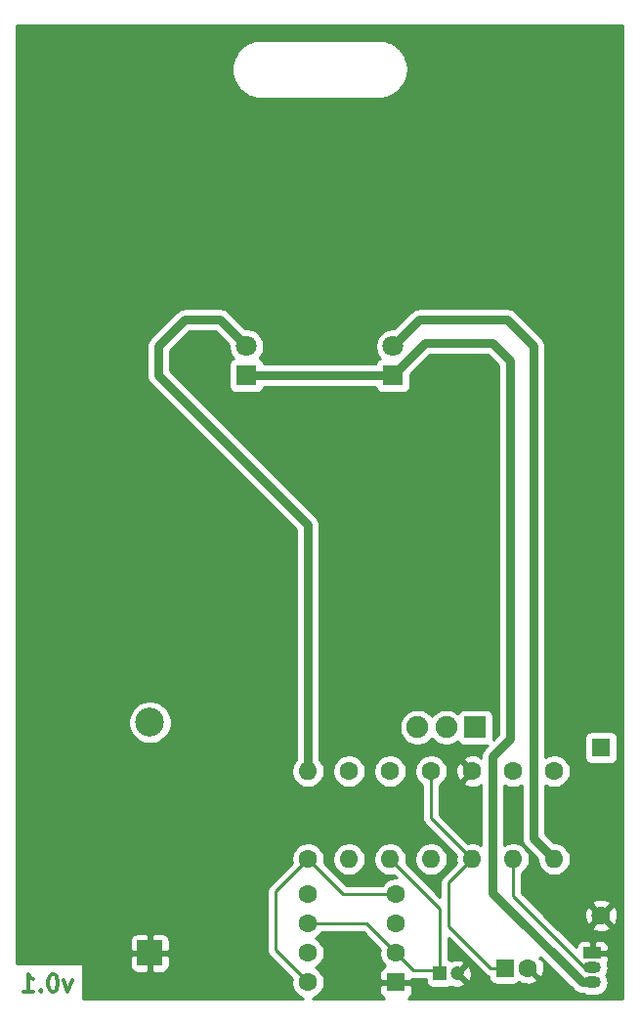
<source format=gbr>
%TF.GenerationSoftware,KiCad,Pcbnew,(5.1.8)-1*%
%TF.CreationDate,2020-11-13T01:10:14+01:00*%
%TF.ProjectId,Emoji_Badge_StuCo,456d6f6a-695f-4426-9164-67655f537475,v01*%
%TF.SameCoordinates,Original*%
%TF.FileFunction,Copper,L2,Bot*%
%TF.FilePolarity,Positive*%
%FSLAX46Y46*%
G04 Gerber Fmt 4.6, Leading zero omitted, Abs format (unit mm)*
G04 Created by KiCad (PCBNEW (5.1.8)-1) date 2020-11-13 01:10:14*
%MOMM*%
%LPD*%
G01*
G04 APERTURE LIST*
%TA.AperFunction,NonConductor*%
%ADD10C,0.300000*%
%TD*%
%TA.AperFunction,ComponentPad*%
%ADD11C,1.800000*%
%TD*%
%TA.AperFunction,ComponentPad*%
%ADD12R,1.800000X1.800000*%
%TD*%
%TA.AperFunction,ComponentPad*%
%ADD13C,2.500000*%
%TD*%
%TA.AperFunction,ComponentPad*%
%ADD14R,2.170000X2.170000*%
%TD*%
%TA.AperFunction,ComponentPad*%
%ADD15C,1.200000*%
%TD*%
%TA.AperFunction,ComponentPad*%
%ADD16R,1.200000X1.200000*%
%TD*%
%TA.AperFunction,ComponentPad*%
%ADD17R,1.600000X1.600000*%
%TD*%
%TA.AperFunction,ComponentPad*%
%ADD18C,1.600000*%
%TD*%
%TA.AperFunction,ComponentPad*%
%ADD19R,1.625600X1.625600*%
%TD*%
%TA.AperFunction,ComponentPad*%
%ADD20C,1.625600*%
%TD*%
%TA.AperFunction,ComponentPad*%
%ADD21O,1.500000X1.050000*%
%TD*%
%TA.AperFunction,ComponentPad*%
%ADD22R,1.500000X1.050000*%
%TD*%
%TA.AperFunction,ComponentPad*%
%ADD23O,1.600000X1.600000*%
%TD*%
%TA.AperFunction,ComponentPad*%
%ADD24R,1.900000X1.900000*%
%TD*%
%TA.AperFunction,ComponentPad*%
%ADD25C,1.900000*%
%TD*%
%TA.AperFunction,Conductor*%
%ADD26C,0.254000*%
%TD*%
%TA.AperFunction,Conductor*%
%ADD27C,0.762000*%
%TD*%
%TA.AperFunction,Conductor*%
%ADD28C,0.100000*%
%TD*%
G04 APERTURE END LIST*
D10*
X132444857Y-124773571D02*
X132087714Y-125773571D01*
X131730571Y-124773571D01*
X130873428Y-124273571D02*
X130730571Y-124273571D01*
X130587714Y-124345000D01*
X130516285Y-124416428D01*
X130444857Y-124559285D01*
X130373428Y-124845000D01*
X130373428Y-125202142D01*
X130444857Y-125487857D01*
X130516285Y-125630714D01*
X130587714Y-125702142D01*
X130730571Y-125773571D01*
X130873428Y-125773571D01*
X131016285Y-125702142D01*
X131087714Y-125630714D01*
X131159142Y-125487857D01*
X131230571Y-125202142D01*
X131230571Y-124845000D01*
X131159142Y-124559285D01*
X131087714Y-124416428D01*
X131016285Y-124345000D01*
X130873428Y-124273571D01*
X129730571Y-125630714D02*
X129659142Y-125702142D01*
X129730571Y-125773571D01*
X129802000Y-125702142D01*
X129730571Y-125630714D01*
X129730571Y-125773571D01*
X128230571Y-125773571D02*
X129087714Y-125773571D01*
X128659142Y-125773571D02*
X128659142Y-124273571D01*
X128802000Y-124487857D01*
X128944857Y-124630714D01*
X129087714Y-124702142D01*
D11*
%TO.P,D2,2*%
%TO.N,Net-(D2-Pad2)*%
X147574000Y-69850000D03*
D12*
%TO.P,D2,1*%
%TO.N,Net-(D1-Pad1)*%
X147574000Y-72390000D03*
%TD*%
D11*
%TO.P,D1,2*%
%TO.N,Net-(D1-Pad2)*%
X160274000Y-69850000D03*
D12*
%TO.P,D1,1*%
%TO.N,Net-(D1-Pad1)*%
X160274000Y-72390000D03*
%TD*%
D13*
%TO.P,BAT1,Pos*%
%TO.N,Net-(BAT1-PadPos)*%
X139192000Y-102428000D03*
D14*
%TO.P,BAT1,Neg*%
%TO.N,GND*%
X139192000Y-122428000D03*
%TD*%
D15*
%TO.P,C1,2*%
%TO.N,GND*%
X165838000Y-124206000D03*
D16*
%TO.P,C1,1*%
%TO.N,Net-(C1-Pad1)*%
X164338000Y-124206000D03*
%TD*%
D17*
%TO.P,C2,1*%
%TO.N,Net-(C2-Pad1)*%
X169951400Y-123723400D03*
D18*
%TO.P,C2,2*%
%TO.N,GND*%
X171951400Y-123723400D03*
%TD*%
D19*
%TO.P,CR1,1*%
%TO.N,VCC*%
X178308000Y-104648000D03*
D20*
%TO.P,CR1,2*%
%TO.N,GND*%
X178308000Y-119176800D03*
%TD*%
D21*
%TO.P,Q1,2*%
%TO.N,Net-(Q1-Pad2)*%
X177546000Y-123698000D03*
%TO.P,Q1,3*%
%TO.N,Net-(D1-Pad1)*%
X177546000Y-124968000D03*
D22*
%TO.P,Q1,1*%
%TO.N,GND*%
X177546000Y-122428000D03*
%TD*%
D18*
%TO.P,R1,1*%
%TO.N,VCC*%
X156464000Y-106680000D03*
D23*
%TO.P,R1,2*%
%TO.N,DISCH*%
X156464000Y-114300000D03*
%TD*%
%TO.P,R2,2*%
%TO.N,Net-(C1-Pad1)*%
X160020000Y-114300000D03*
D18*
%TO.P,R2,1*%
%TO.N,DISCH*%
X160020000Y-106680000D03*
%TD*%
%TO.P,R3,1*%
%TO.N,Net-(C2-Pad1)*%
X163576000Y-106680000D03*
D23*
%TO.P,R3,2*%
%TO.N,Net-(R3-Pad2)*%
X163576000Y-114300000D03*
%TD*%
D18*
%TO.P,R4,1*%
%TO.N,GND*%
X167132000Y-106680000D03*
D23*
%TO.P,R4,2*%
%TO.N,Net-(C2-Pad1)*%
X167132000Y-114300000D03*
%TD*%
%TO.P,R5,2*%
%TO.N,Net-(Q1-Pad2)*%
X170688000Y-114300000D03*
D18*
%TO.P,R5,1*%
%TO.N,Net-(C2-Pad1)*%
X170688000Y-106680000D03*
%TD*%
%TO.P,R6,1*%
%TO.N,VCC*%
X174244000Y-106680000D03*
D23*
%TO.P,R6,2*%
%TO.N,Net-(D1-Pad2)*%
X174244000Y-114300000D03*
%TD*%
%TO.P,R7,2*%
%TO.N,Net-(D2-Pad2)*%
X152908000Y-106680000D03*
D18*
%TO.P,R7,1*%
%TO.N,VCC*%
X152908000Y-114300000D03*
%TD*%
D24*
%TO.P,S1,1*%
%TO.N,Net-(S1-Pad1)*%
X167386000Y-102870000D03*
D25*
%TO.P,S1,2*%
%TO.N,VCC*%
X164886000Y-102870000D03*
%TO.P,S1,3*%
%TO.N,Net-(BAT1-PadPos)*%
X162386000Y-102870000D03*
%TD*%
D17*
%TO.P,U1,1*%
%TO.N,GND*%
X160528000Y-124968000D03*
D18*
%TO.P,U1,2*%
%TO.N,Net-(C1-Pad1)*%
X160528000Y-122428000D03*
%TO.P,U1,3*%
%TO.N,Net-(R3-Pad2)*%
X160528000Y-119888000D03*
%TO.P,U1,4*%
%TO.N,VCC*%
X160528000Y-117348000D03*
%TO.P,U1,5*%
%TO.N,Net-(U1-Pad5)*%
X152908000Y-117348000D03*
%TO.P,U1,6*%
%TO.N,Net-(C1-Pad1)*%
X152908000Y-119888000D03*
%TO.P,U1,7*%
%TO.N,DISCH*%
X152908000Y-122428000D03*
%TO.P,U1,8*%
%TO.N,VCC*%
X152908000Y-124968000D03*
%TD*%
D26*
%TO.N,Net-(C1-Pad1)*%
X157988000Y-119888000D02*
X160528000Y-122428000D01*
X152908000Y-119888000D02*
X157988000Y-119888000D01*
X160528000Y-122428000D02*
X162052000Y-123952000D01*
X164084000Y-123952000D02*
X164338000Y-124206000D01*
X162052000Y-123952000D02*
X164084000Y-123952000D01*
X164338000Y-118618000D02*
X164338000Y-124206000D01*
X160020000Y-114300000D02*
X164338000Y-118618000D01*
%TO.N,Net-(C2-Pad1)*%
X169926000Y-123952000D02*
X169672000Y-123952000D01*
X163576000Y-110744000D02*
X167132000Y-114300000D01*
X163576000Y-106680000D02*
X163576000Y-110744000D01*
X165100000Y-120078500D02*
X168744900Y-123723400D01*
X168744900Y-123723400D02*
X169951400Y-123723400D01*
X165100000Y-116332000D02*
X165100000Y-120078500D01*
X167132000Y-114300000D02*
X165100000Y-116332000D01*
%TO.N,VCC*%
X150114000Y-117094000D02*
X152908000Y-114300000D01*
X150114000Y-122174000D02*
X150114000Y-117094000D01*
X152908000Y-124968000D02*
X150114000Y-122174000D01*
X155956000Y-117348000D02*
X152908000Y-114300000D01*
X160528000Y-117348000D02*
X155956000Y-117348000D01*
D27*
%TO.N,Net-(D1-Pad2)*%
X172466000Y-112522000D02*
X174244000Y-114300000D01*
X172466000Y-69850000D02*
X172466000Y-112522000D01*
X170180000Y-67564000D02*
X172466000Y-69850000D01*
X162560000Y-67564000D02*
X170180000Y-67564000D01*
X160274000Y-69850000D02*
X162560000Y-67564000D01*
%TO.N,Net-(D1-Pad1)*%
X147574000Y-72390000D02*
X160274000Y-72390000D01*
X170434000Y-71120000D02*
X168910000Y-69596000D01*
X170434000Y-103886000D02*
X170434000Y-71120000D01*
X163068000Y-69596000D02*
X160274000Y-72390000D01*
X168910000Y-105410000D02*
X170434000Y-103886000D01*
X168910000Y-69596000D02*
X163068000Y-69596000D01*
X168910000Y-105410000D02*
X168910000Y-117221000D01*
X176657000Y-124968000D02*
X177546000Y-124968000D01*
X168910000Y-117221000D02*
X176657000Y-124968000D01*
%TO.N,Net-(D2-Pad2)*%
X145288000Y-67564000D02*
X147574000Y-69850000D01*
X142240000Y-67564000D02*
X145288000Y-67564000D01*
X139954000Y-69850000D02*
X142240000Y-67564000D01*
X139954000Y-72390000D02*
X139954000Y-69850000D01*
X152908000Y-85344000D02*
X139954000Y-72390000D01*
X152908000Y-106680000D02*
X152908000Y-85344000D01*
D26*
%TO.N,Net-(Q1-Pad2)*%
X177800000Y-123698000D02*
X177206398Y-123698000D01*
X176905998Y-123698000D02*
X177596800Y-123698000D01*
X176855198Y-123698000D02*
X177546000Y-123698000D01*
X170688000Y-117530802D02*
X176855198Y-123698000D01*
X170688000Y-114300000D02*
X170688000Y-117530802D01*
%TD*%
%TO.N,GND*%
X180187601Y-126339600D02*
X161605672Y-126339600D01*
X161682494Y-126298537D01*
X161779185Y-126219185D01*
X161858537Y-126122494D01*
X161917502Y-126012180D01*
X161953812Y-125892482D01*
X161966072Y-125768000D01*
X161963000Y-125253750D01*
X161804250Y-125095000D01*
X160655000Y-125095000D01*
X160655000Y-125115000D01*
X160401000Y-125115000D01*
X160401000Y-125095000D01*
X159251750Y-125095000D01*
X159093000Y-125253750D01*
X159089928Y-125768000D01*
X159102188Y-125892482D01*
X159138498Y-126012180D01*
X159197463Y-126122494D01*
X159276815Y-126219185D01*
X159373506Y-126298537D01*
X159450328Y-126339600D01*
X153346499Y-126339600D01*
X153587727Y-126239680D01*
X153822759Y-126082637D01*
X154022637Y-125882759D01*
X154179680Y-125647727D01*
X154287853Y-125386574D01*
X154343000Y-125109335D01*
X154343000Y-124826665D01*
X154287853Y-124549426D01*
X154179680Y-124288273D01*
X154022637Y-124053241D01*
X153822759Y-123853363D01*
X153590241Y-123698000D01*
X153822759Y-123542637D01*
X154022637Y-123342759D01*
X154179680Y-123107727D01*
X154287853Y-122846574D01*
X154343000Y-122569335D01*
X154343000Y-122286665D01*
X154287853Y-122009426D01*
X154179680Y-121748273D01*
X154022637Y-121513241D01*
X153822759Y-121313363D01*
X153590241Y-121158000D01*
X153822759Y-121002637D01*
X154022637Y-120802759D01*
X154124707Y-120650000D01*
X157672370Y-120650000D01*
X159128843Y-122106473D01*
X159093000Y-122286665D01*
X159093000Y-122569335D01*
X159148147Y-122846574D01*
X159256320Y-123107727D01*
X159413363Y-123342759D01*
X159611961Y-123541357D01*
X159603518Y-123542188D01*
X159483820Y-123578498D01*
X159373506Y-123637463D01*
X159276815Y-123716815D01*
X159197463Y-123813506D01*
X159138498Y-123923820D01*
X159102188Y-124043518D01*
X159089928Y-124168000D01*
X159093000Y-124682250D01*
X159251750Y-124841000D01*
X160401000Y-124841000D01*
X160401000Y-124821000D01*
X160655000Y-124821000D01*
X160655000Y-124841000D01*
X161804250Y-124841000D01*
X161938721Y-124706529D01*
X162014574Y-124714000D01*
X162014576Y-124714000D01*
X162051999Y-124717686D01*
X162089422Y-124714000D01*
X163099928Y-124714000D01*
X163099928Y-124806000D01*
X163112188Y-124930482D01*
X163148498Y-125050180D01*
X163207463Y-125160494D01*
X163286815Y-125257185D01*
X163383506Y-125336537D01*
X163493820Y-125395502D01*
X163613518Y-125431812D01*
X163738000Y-125444072D01*
X164938000Y-125444072D01*
X165062482Y-125431812D01*
X165182180Y-125395502D01*
X165292494Y-125336537D01*
X165309681Y-125322432D01*
X165436516Y-125380237D01*
X165673313Y-125436000D01*
X165916438Y-125444495D01*
X166156549Y-125405395D01*
X166384418Y-125320202D01*
X166460852Y-125279348D01*
X166508159Y-125055764D01*
X165838000Y-124385605D01*
X165823858Y-124399748D01*
X165644253Y-124220143D01*
X165658395Y-124206000D01*
X166017605Y-124206000D01*
X166687764Y-124876159D01*
X166911348Y-124828852D01*
X167012237Y-124607484D01*
X167068000Y-124370687D01*
X167076495Y-124127562D01*
X167037395Y-123887451D01*
X166952202Y-123659582D01*
X166911348Y-123583148D01*
X166687764Y-123535841D01*
X166017605Y-124206000D01*
X165658395Y-124206000D01*
X165644253Y-124191858D01*
X165823858Y-124012253D01*
X165838000Y-124026395D01*
X166508159Y-123356236D01*
X166460852Y-123132652D01*
X166239484Y-123031763D01*
X166002687Y-122976000D01*
X165759562Y-122967505D01*
X165519451Y-123006605D01*
X165305883Y-123086451D01*
X165292494Y-123075463D01*
X165182180Y-123016498D01*
X165100000Y-122991569D01*
X165100000Y-121156130D01*
X168179621Y-124235752D01*
X168203478Y-124264822D01*
X168319508Y-124360045D01*
X168451885Y-124430802D01*
X168513328Y-124449441D01*
X168513328Y-124523400D01*
X168525588Y-124647882D01*
X168561898Y-124767580D01*
X168620863Y-124877894D01*
X168700215Y-124974585D01*
X168796906Y-125053937D01*
X168907220Y-125112902D01*
X169026918Y-125149212D01*
X169151400Y-125161472D01*
X170751400Y-125161472D01*
X170875882Y-125149212D01*
X170995580Y-125112902D01*
X171105894Y-125053937D01*
X171202585Y-124974585D01*
X171213207Y-124961642D01*
X171465396Y-125080971D01*
X171739584Y-125149700D01*
X172021912Y-125163617D01*
X172301530Y-125122187D01*
X172567692Y-125027003D01*
X172692914Y-124960071D01*
X172764497Y-124716102D01*
X171951400Y-123903005D01*
X171937258Y-123917148D01*
X171757653Y-123737543D01*
X171771795Y-123723400D01*
X171757653Y-123709258D01*
X171937258Y-123529653D01*
X171951400Y-123543795D01*
X171965543Y-123529653D01*
X172145148Y-123709258D01*
X172131005Y-123723400D01*
X172944102Y-124536497D01*
X173188071Y-124464914D01*
X173308971Y-124209404D01*
X173377700Y-123935216D01*
X173391617Y-123652888D01*
X173350187Y-123373270D01*
X173255003Y-123107108D01*
X173188071Y-122981886D01*
X172944104Y-122910303D01*
X173053283Y-122801124D01*
X175903292Y-125651133D01*
X175935104Y-125689896D01*
X176089810Y-125816860D01*
X176266313Y-125911202D01*
X176399732Y-125951674D01*
X176457828Y-125969298D01*
X176477177Y-125971204D01*
X176607098Y-125984000D01*
X176607105Y-125984000D01*
X176656999Y-125988914D01*
X176706893Y-125984000D01*
X176761032Y-125984000D01*
X176874940Y-126044885D01*
X177093600Y-126111215D01*
X177264021Y-126128000D01*
X177827979Y-126128000D01*
X177998400Y-126111215D01*
X178217060Y-126044885D01*
X178418579Y-125937171D01*
X178595212Y-125792212D01*
X178740171Y-125615579D01*
X178847885Y-125414060D01*
X178914215Y-125195400D01*
X178936612Y-124968000D01*
X178914215Y-124740600D01*
X178847885Y-124521940D01*
X178746895Y-124333000D01*
X178847885Y-124144060D01*
X178914215Y-123925400D01*
X178936612Y-123698000D01*
X178914215Y-123470600D01*
X178850907Y-123261902D01*
X178885502Y-123197180D01*
X178921812Y-123077482D01*
X178934072Y-122953000D01*
X178931000Y-122713750D01*
X178772250Y-122555000D01*
X177999109Y-122555000D01*
X177998400Y-122554785D01*
X177827979Y-122538000D01*
X177399000Y-122538000D01*
X177399000Y-122301000D01*
X177419000Y-122301000D01*
X177419000Y-121426750D01*
X177673000Y-121426750D01*
X177673000Y-122301000D01*
X178772250Y-122301000D01*
X178931000Y-122142250D01*
X178934072Y-121903000D01*
X178921812Y-121778518D01*
X178885502Y-121658820D01*
X178826537Y-121548506D01*
X178747185Y-121451815D01*
X178650494Y-121372463D01*
X178540180Y-121313498D01*
X178420482Y-121277188D01*
X178296000Y-121264928D01*
X177831750Y-121268000D01*
X177673000Y-121426750D01*
X177419000Y-121426750D01*
X177260250Y-121268000D01*
X176796000Y-121264928D01*
X176671518Y-121277188D01*
X176551820Y-121313498D01*
X176441506Y-121372463D01*
X176344815Y-121451815D01*
X176265463Y-121548506D01*
X176206498Y-121658820D01*
X176170188Y-121778518D01*
X176157928Y-121903000D01*
X176158189Y-121923361D01*
X174413470Y-120178642D01*
X177485764Y-120178642D01*
X177558897Y-120423917D01*
X177816591Y-120546097D01*
X178093170Y-120615656D01*
X178378005Y-120629920D01*
X178660150Y-120588341D01*
X178928761Y-120492519D01*
X179057103Y-120423917D01*
X179130236Y-120178642D01*
X178308000Y-119356405D01*
X177485764Y-120178642D01*
X174413470Y-120178642D01*
X173481633Y-119246805D01*
X176854880Y-119246805D01*
X176896459Y-119528950D01*
X176992281Y-119797561D01*
X177060883Y-119925903D01*
X177306158Y-119999036D01*
X178128395Y-119176800D01*
X178487605Y-119176800D01*
X179309842Y-119999036D01*
X179555117Y-119925903D01*
X179677297Y-119668209D01*
X179746856Y-119391630D01*
X179761120Y-119106795D01*
X179719541Y-118824650D01*
X179623719Y-118556039D01*
X179555117Y-118427697D01*
X179309842Y-118354564D01*
X178487605Y-119176800D01*
X178128395Y-119176800D01*
X177306158Y-118354564D01*
X177060883Y-118427697D01*
X176938703Y-118685391D01*
X176869144Y-118961970D01*
X176854880Y-119246805D01*
X173481633Y-119246805D01*
X172409786Y-118174958D01*
X177485764Y-118174958D01*
X178308000Y-118997195D01*
X179130236Y-118174958D01*
X179057103Y-117929683D01*
X178799409Y-117807503D01*
X178522830Y-117737944D01*
X178237995Y-117723680D01*
X177955850Y-117765259D01*
X177687239Y-117861081D01*
X177558897Y-117929683D01*
X177485764Y-118174958D01*
X172409786Y-118174958D01*
X171450000Y-117215172D01*
X171450000Y-115516707D01*
X171602759Y-115414637D01*
X171802637Y-115214759D01*
X171959680Y-114979727D01*
X172067853Y-114718574D01*
X172123000Y-114441335D01*
X172123000Y-114158665D01*
X172067853Y-113881426D01*
X171959680Y-113620273D01*
X171802637Y-113385241D01*
X171602759Y-113185363D01*
X171367727Y-113028320D01*
X171106574Y-112920147D01*
X170829335Y-112865000D01*
X170546665Y-112865000D01*
X170269426Y-112920147D01*
X170008273Y-113028320D01*
X169926000Y-113083293D01*
X169926000Y-107896707D01*
X170008273Y-107951680D01*
X170269426Y-108059853D01*
X170546665Y-108115000D01*
X170829335Y-108115000D01*
X171106574Y-108059853D01*
X171367727Y-107951680D01*
X171450001Y-107896706D01*
X171450001Y-112472088D01*
X171445085Y-112522000D01*
X171464702Y-112721170D01*
X171508333Y-112865000D01*
X171522799Y-112912687D01*
X171617141Y-113089190D01*
X171744105Y-113243896D01*
X171782868Y-113275708D01*
X172809000Y-114301841D01*
X172809000Y-114441335D01*
X172864147Y-114718574D01*
X172972320Y-114979727D01*
X173129363Y-115214759D01*
X173329241Y-115414637D01*
X173564273Y-115571680D01*
X173825426Y-115679853D01*
X174102665Y-115735000D01*
X174385335Y-115735000D01*
X174662574Y-115679853D01*
X174923727Y-115571680D01*
X175158759Y-115414637D01*
X175358637Y-115214759D01*
X175515680Y-114979727D01*
X175623853Y-114718574D01*
X175679000Y-114441335D01*
X175679000Y-114158665D01*
X175623853Y-113881426D01*
X175515680Y-113620273D01*
X175358637Y-113385241D01*
X175158759Y-113185363D01*
X174923727Y-113028320D01*
X174662574Y-112920147D01*
X174385335Y-112865000D01*
X174245841Y-112865000D01*
X173482000Y-112101160D01*
X173482000Y-107896707D01*
X173564273Y-107951680D01*
X173825426Y-108059853D01*
X174102665Y-108115000D01*
X174385335Y-108115000D01*
X174662574Y-108059853D01*
X174923727Y-107951680D01*
X175158759Y-107794637D01*
X175358637Y-107594759D01*
X175515680Y-107359727D01*
X175623853Y-107098574D01*
X175679000Y-106821335D01*
X175679000Y-106538665D01*
X175623853Y-106261426D01*
X175515680Y-106000273D01*
X175358637Y-105765241D01*
X175158759Y-105565363D01*
X174923727Y-105408320D01*
X174662574Y-105300147D01*
X174385335Y-105245000D01*
X174102665Y-105245000D01*
X173825426Y-105300147D01*
X173564273Y-105408320D01*
X173482000Y-105463293D01*
X173482000Y-103835200D01*
X176857128Y-103835200D01*
X176857128Y-105460800D01*
X176869388Y-105585282D01*
X176905698Y-105704980D01*
X176964663Y-105815294D01*
X177044015Y-105911985D01*
X177140706Y-105991337D01*
X177251020Y-106050302D01*
X177370718Y-106086612D01*
X177495200Y-106098872D01*
X179120800Y-106098872D01*
X179245282Y-106086612D01*
X179364980Y-106050302D01*
X179475294Y-105991337D01*
X179571985Y-105911985D01*
X179651337Y-105815294D01*
X179710302Y-105704980D01*
X179746612Y-105585282D01*
X179758872Y-105460800D01*
X179758872Y-103835200D01*
X179746612Y-103710718D01*
X179710302Y-103591020D01*
X179651337Y-103480706D01*
X179571985Y-103384015D01*
X179475294Y-103304663D01*
X179364980Y-103245698D01*
X179245282Y-103209388D01*
X179120800Y-103197128D01*
X177495200Y-103197128D01*
X177370718Y-103209388D01*
X177251020Y-103245698D01*
X177140706Y-103304663D01*
X177044015Y-103384015D01*
X176964663Y-103480706D01*
X176905698Y-103591020D01*
X176869388Y-103710718D01*
X176857128Y-103835200D01*
X173482000Y-103835200D01*
X173482000Y-69899893D01*
X173486914Y-69849999D01*
X173482000Y-69800105D01*
X173482000Y-69800098D01*
X173467298Y-69650829D01*
X173409202Y-69459313D01*
X173314860Y-69282810D01*
X173187896Y-69128104D01*
X173149133Y-69096292D01*
X170933712Y-66880872D01*
X170901896Y-66842104D01*
X170747190Y-66715140D01*
X170570687Y-66620798D01*
X170379171Y-66562702D01*
X170229902Y-66548000D01*
X170180000Y-66543085D01*
X170130098Y-66548000D01*
X162609893Y-66548000D01*
X162559999Y-66543086D01*
X162510105Y-66548000D01*
X162510098Y-66548000D01*
X162360829Y-66562702D01*
X162169313Y-66620798D01*
X161992810Y-66715140D01*
X161838104Y-66842104D01*
X161806292Y-66880867D01*
X160372160Y-68315000D01*
X160122816Y-68315000D01*
X159826257Y-68373989D01*
X159546905Y-68489701D01*
X159295495Y-68657688D01*
X159081688Y-68871495D01*
X158913701Y-69122905D01*
X158797989Y-69402257D01*
X158739000Y-69698816D01*
X158739000Y-70001184D01*
X158797989Y-70297743D01*
X158913701Y-70577095D01*
X159081688Y-70828505D01*
X159148127Y-70894944D01*
X159129820Y-70900498D01*
X159019506Y-70959463D01*
X158922815Y-71038815D01*
X158843463Y-71135506D01*
X158784498Y-71245820D01*
X158748188Y-71365518D01*
X158747353Y-71374000D01*
X149100647Y-71374000D01*
X149099812Y-71365518D01*
X149063502Y-71245820D01*
X149004537Y-71135506D01*
X148925185Y-71038815D01*
X148828494Y-70959463D01*
X148718180Y-70900498D01*
X148699873Y-70894944D01*
X148766312Y-70828505D01*
X148934299Y-70577095D01*
X149050011Y-70297743D01*
X149109000Y-70001184D01*
X149109000Y-69698816D01*
X149050011Y-69402257D01*
X148934299Y-69122905D01*
X148766312Y-68871495D01*
X148552505Y-68657688D01*
X148301095Y-68489701D01*
X148021743Y-68373989D01*
X147725184Y-68315000D01*
X147475841Y-68315000D01*
X146041712Y-66880872D01*
X146009896Y-66842104D01*
X145855190Y-66715140D01*
X145678687Y-66620798D01*
X145487171Y-66562702D01*
X145337902Y-66548000D01*
X145288000Y-66543085D01*
X145238098Y-66548000D01*
X142289893Y-66548000D01*
X142239999Y-66543086D01*
X142190105Y-66548000D01*
X142190098Y-66548000D01*
X142040829Y-66562702D01*
X141849313Y-66620798D01*
X141672810Y-66715140D01*
X141518104Y-66842104D01*
X141486292Y-66880867D01*
X139270868Y-69096292D01*
X139232105Y-69128104D01*
X139105141Y-69282810D01*
X139044197Y-69396829D01*
X139010799Y-69459313D01*
X138952702Y-69650830D01*
X138933085Y-69850000D01*
X138938001Y-69899911D01*
X138938000Y-72340098D01*
X138933085Y-72390000D01*
X138938000Y-72439901D01*
X138952702Y-72589170D01*
X139010798Y-72780686D01*
X139105140Y-72957190D01*
X139232104Y-73111896D01*
X139270872Y-73143712D01*
X151892001Y-85764842D01*
X151892000Y-105666604D01*
X151793363Y-105765241D01*
X151636320Y-106000273D01*
X151528147Y-106261426D01*
X151473000Y-106538665D01*
X151473000Y-106821335D01*
X151528147Y-107098574D01*
X151636320Y-107359727D01*
X151793363Y-107594759D01*
X151993241Y-107794637D01*
X152228273Y-107951680D01*
X152489426Y-108059853D01*
X152766665Y-108115000D01*
X153049335Y-108115000D01*
X153326574Y-108059853D01*
X153587727Y-107951680D01*
X153822759Y-107794637D01*
X154022637Y-107594759D01*
X154179680Y-107359727D01*
X154287853Y-107098574D01*
X154343000Y-106821335D01*
X154343000Y-106538665D01*
X155029000Y-106538665D01*
X155029000Y-106821335D01*
X155084147Y-107098574D01*
X155192320Y-107359727D01*
X155349363Y-107594759D01*
X155549241Y-107794637D01*
X155784273Y-107951680D01*
X156045426Y-108059853D01*
X156322665Y-108115000D01*
X156605335Y-108115000D01*
X156882574Y-108059853D01*
X157143727Y-107951680D01*
X157378759Y-107794637D01*
X157578637Y-107594759D01*
X157735680Y-107359727D01*
X157843853Y-107098574D01*
X157899000Y-106821335D01*
X157899000Y-106538665D01*
X158585000Y-106538665D01*
X158585000Y-106821335D01*
X158640147Y-107098574D01*
X158748320Y-107359727D01*
X158905363Y-107594759D01*
X159105241Y-107794637D01*
X159340273Y-107951680D01*
X159601426Y-108059853D01*
X159878665Y-108115000D01*
X160161335Y-108115000D01*
X160438574Y-108059853D01*
X160699727Y-107951680D01*
X160934759Y-107794637D01*
X161134637Y-107594759D01*
X161291680Y-107359727D01*
X161399853Y-107098574D01*
X161455000Y-106821335D01*
X161455000Y-106538665D01*
X161399853Y-106261426D01*
X161291680Y-106000273D01*
X161134637Y-105765241D01*
X160934759Y-105565363D01*
X160699727Y-105408320D01*
X160438574Y-105300147D01*
X160161335Y-105245000D01*
X159878665Y-105245000D01*
X159601426Y-105300147D01*
X159340273Y-105408320D01*
X159105241Y-105565363D01*
X158905363Y-105765241D01*
X158748320Y-106000273D01*
X158640147Y-106261426D01*
X158585000Y-106538665D01*
X157899000Y-106538665D01*
X157843853Y-106261426D01*
X157735680Y-106000273D01*
X157578637Y-105765241D01*
X157378759Y-105565363D01*
X157143727Y-105408320D01*
X156882574Y-105300147D01*
X156605335Y-105245000D01*
X156322665Y-105245000D01*
X156045426Y-105300147D01*
X155784273Y-105408320D01*
X155549241Y-105565363D01*
X155349363Y-105765241D01*
X155192320Y-106000273D01*
X155084147Y-106261426D01*
X155029000Y-106538665D01*
X154343000Y-106538665D01*
X154287853Y-106261426D01*
X154179680Y-106000273D01*
X154022637Y-105765241D01*
X153924000Y-105666604D01*
X153924000Y-85393893D01*
X153928914Y-85343999D01*
X153924000Y-85294105D01*
X153924000Y-85294098D01*
X153909298Y-85144829D01*
X153851202Y-84953313D01*
X153756860Y-84776810D01*
X153629896Y-84622104D01*
X153591133Y-84590292D01*
X140970000Y-71969160D01*
X140970000Y-70270840D01*
X142660841Y-68580000D01*
X144867160Y-68580000D01*
X146039000Y-69751841D01*
X146039000Y-70001184D01*
X146097989Y-70297743D01*
X146213701Y-70577095D01*
X146381688Y-70828505D01*
X146448127Y-70894944D01*
X146429820Y-70900498D01*
X146319506Y-70959463D01*
X146222815Y-71038815D01*
X146143463Y-71135506D01*
X146084498Y-71245820D01*
X146048188Y-71365518D01*
X146035928Y-71490000D01*
X146035928Y-73290000D01*
X146048188Y-73414482D01*
X146084498Y-73534180D01*
X146143463Y-73644494D01*
X146222815Y-73741185D01*
X146319506Y-73820537D01*
X146429820Y-73879502D01*
X146549518Y-73915812D01*
X146674000Y-73928072D01*
X148474000Y-73928072D01*
X148598482Y-73915812D01*
X148718180Y-73879502D01*
X148828494Y-73820537D01*
X148925185Y-73741185D01*
X149004537Y-73644494D01*
X149063502Y-73534180D01*
X149099812Y-73414482D01*
X149100647Y-73406000D01*
X158747353Y-73406000D01*
X158748188Y-73414482D01*
X158784498Y-73534180D01*
X158843463Y-73644494D01*
X158922815Y-73741185D01*
X159019506Y-73820537D01*
X159129820Y-73879502D01*
X159249518Y-73915812D01*
X159374000Y-73928072D01*
X161174000Y-73928072D01*
X161298482Y-73915812D01*
X161418180Y-73879502D01*
X161528494Y-73820537D01*
X161625185Y-73741185D01*
X161704537Y-73644494D01*
X161763502Y-73534180D01*
X161799812Y-73414482D01*
X161812072Y-73290000D01*
X161812072Y-72288768D01*
X163488841Y-70612000D01*
X168489160Y-70612000D01*
X169418001Y-71540842D01*
X169418000Y-103465159D01*
X168964339Y-103918820D01*
X168974072Y-103820000D01*
X168974072Y-101920000D01*
X168961812Y-101795518D01*
X168925502Y-101675820D01*
X168866537Y-101565506D01*
X168787185Y-101468815D01*
X168690494Y-101389463D01*
X168580180Y-101330498D01*
X168460482Y-101294188D01*
X168336000Y-101281928D01*
X166436000Y-101281928D01*
X166311518Y-101294188D01*
X166191820Y-101330498D01*
X166081506Y-101389463D01*
X165984815Y-101468815D01*
X165905463Y-101565506D01*
X165874186Y-101624021D01*
X165636779Y-101465391D01*
X165348327Y-101345911D01*
X165042109Y-101285000D01*
X164729891Y-101285000D01*
X164423673Y-101345911D01*
X164135221Y-101465391D01*
X163875621Y-101638850D01*
X163654850Y-101859621D01*
X163636000Y-101887832D01*
X163617150Y-101859621D01*
X163396379Y-101638850D01*
X163136779Y-101465391D01*
X162848327Y-101345911D01*
X162542109Y-101285000D01*
X162229891Y-101285000D01*
X161923673Y-101345911D01*
X161635221Y-101465391D01*
X161375621Y-101638850D01*
X161154850Y-101859621D01*
X160981391Y-102119221D01*
X160861911Y-102407673D01*
X160801000Y-102713891D01*
X160801000Y-103026109D01*
X160861911Y-103332327D01*
X160981391Y-103620779D01*
X161154850Y-103880379D01*
X161375621Y-104101150D01*
X161635221Y-104274609D01*
X161923673Y-104394089D01*
X162229891Y-104455000D01*
X162542109Y-104455000D01*
X162848327Y-104394089D01*
X163136779Y-104274609D01*
X163396379Y-104101150D01*
X163617150Y-103880379D01*
X163636000Y-103852168D01*
X163654850Y-103880379D01*
X163875621Y-104101150D01*
X164135221Y-104274609D01*
X164423673Y-104394089D01*
X164729891Y-104455000D01*
X165042109Y-104455000D01*
X165348327Y-104394089D01*
X165636779Y-104274609D01*
X165874186Y-104115979D01*
X165905463Y-104174494D01*
X165984815Y-104271185D01*
X166081506Y-104350537D01*
X166191820Y-104409502D01*
X166311518Y-104445812D01*
X166436000Y-104458072D01*
X168336000Y-104458072D01*
X168434820Y-104448339D01*
X168226872Y-104656288D01*
X168188104Y-104688104D01*
X168061140Y-104842810D01*
X167966798Y-105019314D01*
X167908702Y-105210829D01*
X167908702Y-105210830D01*
X167889085Y-105410000D01*
X167894000Y-105459902D01*
X167894000Y-105513149D01*
X167873514Y-105443329D01*
X167618004Y-105322429D01*
X167343816Y-105253700D01*
X167061488Y-105239783D01*
X166781870Y-105281213D01*
X166515708Y-105376397D01*
X166390486Y-105443329D01*
X166318903Y-105687298D01*
X167132000Y-106500395D01*
X167146143Y-106486253D01*
X167325748Y-106665858D01*
X167311605Y-106680000D01*
X167325748Y-106694143D01*
X167146143Y-106873748D01*
X167132000Y-106859605D01*
X166318903Y-107672702D01*
X166390486Y-107916671D01*
X166645996Y-108037571D01*
X166920184Y-108106300D01*
X167202512Y-108120217D01*
X167482130Y-108078787D01*
X167748292Y-107983603D01*
X167873514Y-107916671D01*
X167894000Y-107846850D01*
X167894001Y-113083293D01*
X167811727Y-113028320D01*
X167550574Y-112920147D01*
X167273335Y-112865000D01*
X166990665Y-112865000D01*
X166810474Y-112900843D01*
X164338000Y-110428370D01*
X164338000Y-107896707D01*
X164490759Y-107794637D01*
X164690637Y-107594759D01*
X164847680Y-107359727D01*
X164955853Y-107098574D01*
X165011000Y-106821335D01*
X165011000Y-106750512D01*
X165691783Y-106750512D01*
X165733213Y-107030130D01*
X165828397Y-107296292D01*
X165895329Y-107421514D01*
X166139298Y-107493097D01*
X166952395Y-106680000D01*
X166139298Y-105866903D01*
X165895329Y-105938486D01*
X165774429Y-106193996D01*
X165705700Y-106468184D01*
X165691783Y-106750512D01*
X165011000Y-106750512D01*
X165011000Y-106538665D01*
X164955853Y-106261426D01*
X164847680Y-106000273D01*
X164690637Y-105765241D01*
X164490759Y-105565363D01*
X164255727Y-105408320D01*
X163994574Y-105300147D01*
X163717335Y-105245000D01*
X163434665Y-105245000D01*
X163157426Y-105300147D01*
X162896273Y-105408320D01*
X162661241Y-105565363D01*
X162461363Y-105765241D01*
X162304320Y-106000273D01*
X162196147Y-106261426D01*
X162141000Y-106538665D01*
X162141000Y-106821335D01*
X162196147Y-107098574D01*
X162304320Y-107359727D01*
X162461363Y-107594759D01*
X162661241Y-107794637D01*
X162814000Y-107896707D01*
X162814001Y-110706567D01*
X162810314Y-110744000D01*
X162825027Y-110893378D01*
X162868599Y-111037015D01*
X162939355Y-111169392D01*
X163010721Y-111256351D01*
X163034579Y-111285422D01*
X163063649Y-111309279D01*
X165732843Y-113978474D01*
X165697000Y-114158665D01*
X165697000Y-114441335D01*
X165732843Y-114621527D01*
X164587654Y-115766716D01*
X164558578Y-115790578D01*
X164502983Y-115858322D01*
X164463355Y-115906608D01*
X164430462Y-115968147D01*
X164392598Y-116038986D01*
X164349026Y-116182623D01*
X164338000Y-116294574D01*
X164334314Y-116332000D01*
X164338000Y-116369423D01*
X164338000Y-117540369D01*
X161419157Y-114621527D01*
X161455000Y-114441335D01*
X161455000Y-114158665D01*
X162141000Y-114158665D01*
X162141000Y-114441335D01*
X162196147Y-114718574D01*
X162304320Y-114979727D01*
X162461363Y-115214759D01*
X162661241Y-115414637D01*
X162896273Y-115571680D01*
X163157426Y-115679853D01*
X163434665Y-115735000D01*
X163717335Y-115735000D01*
X163994574Y-115679853D01*
X164255727Y-115571680D01*
X164490759Y-115414637D01*
X164690637Y-115214759D01*
X164847680Y-114979727D01*
X164955853Y-114718574D01*
X165011000Y-114441335D01*
X165011000Y-114158665D01*
X164955853Y-113881426D01*
X164847680Y-113620273D01*
X164690637Y-113385241D01*
X164490759Y-113185363D01*
X164255727Y-113028320D01*
X163994574Y-112920147D01*
X163717335Y-112865000D01*
X163434665Y-112865000D01*
X163157426Y-112920147D01*
X162896273Y-113028320D01*
X162661241Y-113185363D01*
X162461363Y-113385241D01*
X162304320Y-113620273D01*
X162196147Y-113881426D01*
X162141000Y-114158665D01*
X161455000Y-114158665D01*
X161399853Y-113881426D01*
X161291680Y-113620273D01*
X161134637Y-113385241D01*
X160934759Y-113185363D01*
X160699727Y-113028320D01*
X160438574Y-112920147D01*
X160161335Y-112865000D01*
X159878665Y-112865000D01*
X159601426Y-112920147D01*
X159340273Y-113028320D01*
X159105241Y-113185363D01*
X158905363Y-113385241D01*
X158748320Y-113620273D01*
X158640147Y-113881426D01*
X158585000Y-114158665D01*
X158585000Y-114441335D01*
X158640147Y-114718574D01*
X158748320Y-114979727D01*
X158905363Y-115214759D01*
X159105241Y-115414637D01*
X159340273Y-115571680D01*
X159601426Y-115679853D01*
X159878665Y-115735000D01*
X160161335Y-115735000D01*
X160341527Y-115699157D01*
X160555370Y-115913000D01*
X160386665Y-115913000D01*
X160109426Y-115968147D01*
X159848273Y-116076320D01*
X159613241Y-116233363D01*
X159413363Y-116433241D01*
X159311293Y-116586000D01*
X156271631Y-116586000D01*
X154307157Y-114621527D01*
X154343000Y-114441335D01*
X154343000Y-114158665D01*
X155029000Y-114158665D01*
X155029000Y-114441335D01*
X155084147Y-114718574D01*
X155192320Y-114979727D01*
X155349363Y-115214759D01*
X155549241Y-115414637D01*
X155784273Y-115571680D01*
X156045426Y-115679853D01*
X156322665Y-115735000D01*
X156605335Y-115735000D01*
X156882574Y-115679853D01*
X157143727Y-115571680D01*
X157378759Y-115414637D01*
X157578637Y-115214759D01*
X157735680Y-114979727D01*
X157843853Y-114718574D01*
X157899000Y-114441335D01*
X157899000Y-114158665D01*
X157843853Y-113881426D01*
X157735680Y-113620273D01*
X157578637Y-113385241D01*
X157378759Y-113185363D01*
X157143727Y-113028320D01*
X156882574Y-112920147D01*
X156605335Y-112865000D01*
X156322665Y-112865000D01*
X156045426Y-112920147D01*
X155784273Y-113028320D01*
X155549241Y-113185363D01*
X155349363Y-113385241D01*
X155192320Y-113620273D01*
X155084147Y-113881426D01*
X155029000Y-114158665D01*
X154343000Y-114158665D01*
X154287853Y-113881426D01*
X154179680Y-113620273D01*
X154022637Y-113385241D01*
X153822759Y-113185363D01*
X153587727Y-113028320D01*
X153326574Y-112920147D01*
X153049335Y-112865000D01*
X152766665Y-112865000D01*
X152489426Y-112920147D01*
X152228273Y-113028320D01*
X151993241Y-113185363D01*
X151793363Y-113385241D01*
X151636320Y-113620273D01*
X151528147Y-113881426D01*
X151473000Y-114158665D01*
X151473000Y-114441335D01*
X151508843Y-114621527D01*
X149601649Y-116528721D01*
X149572579Y-116552578D01*
X149548722Y-116581648D01*
X149548721Y-116581649D01*
X149477355Y-116668608D01*
X149406599Y-116800985D01*
X149363027Y-116944622D01*
X149348314Y-117094000D01*
X149352001Y-117131433D01*
X149352000Y-122136577D01*
X149348314Y-122174000D01*
X149352000Y-122211423D01*
X149352000Y-122211425D01*
X149363026Y-122323377D01*
X149406598Y-122467014D01*
X149406599Y-122467015D01*
X149477355Y-122599392D01*
X149495183Y-122621115D01*
X149572578Y-122715422D01*
X149601654Y-122739284D01*
X151508843Y-124646473D01*
X151473000Y-124826665D01*
X151473000Y-125109335D01*
X151528147Y-125386574D01*
X151636320Y-125647727D01*
X151793363Y-125882759D01*
X151993241Y-126082637D01*
X152228273Y-126239680D01*
X152469501Y-126339600D01*
X133444143Y-126339600D01*
X133444143Y-123513000D01*
X137468928Y-123513000D01*
X137481188Y-123637482D01*
X137517498Y-123757180D01*
X137576463Y-123867494D01*
X137655815Y-123964185D01*
X137752506Y-124043537D01*
X137862820Y-124102502D01*
X137982518Y-124138812D01*
X138107000Y-124151072D01*
X138906250Y-124148000D01*
X139065000Y-123989250D01*
X139065000Y-122555000D01*
X139319000Y-122555000D01*
X139319000Y-123989250D01*
X139477750Y-124148000D01*
X140277000Y-124151072D01*
X140401482Y-124138812D01*
X140521180Y-124102502D01*
X140631494Y-124043537D01*
X140728185Y-123964185D01*
X140807537Y-123867494D01*
X140866502Y-123757180D01*
X140902812Y-123637482D01*
X140915072Y-123513000D01*
X140912000Y-122713750D01*
X140753250Y-122555000D01*
X139319000Y-122555000D01*
X139065000Y-122555000D01*
X137630750Y-122555000D01*
X137472000Y-122713750D01*
X137468928Y-123513000D01*
X133444143Y-123513000D01*
X133444143Y-123305000D01*
X127660400Y-123305000D01*
X127660400Y-121343000D01*
X137468928Y-121343000D01*
X137472000Y-122142250D01*
X137630750Y-122301000D01*
X139065000Y-122301000D01*
X139065000Y-120866750D01*
X139319000Y-120866750D01*
X139319000Y-122301000D01*
X140753250Y-122301000D01*
X140912000Y-122142250D01*
X140915072Y-121343000D01*
X140902812Y-121218518D01*
X140866502Y-121098820D01*
X140807537Y-120988506D01*
X140728185Y-120891815D01*
X140631494Y-120812463D01*
X140521180Y-120753498D01*
X140401482Y-120717188D01*
X140277000Y-120704928D01*
X139477750Y-120708000D01*
X139319000Y-120866750D01*
X139065000Y-120866750D01*
X138906250Y-120708000D01*
X138107000Y-120704928D01*
X137982518Y-120717188D01*
X137862820Y-120753498D01*
X137752506Y-120812463D01*
X137655815Y-120891815D01*
X137576463Y-120988506D01*
X137517498Y-121098820D01*
X137481188Y-121218518D01*
X137468928Y-121343000D01*
X127660400Y-121343000D01*
X127660400Y-102242344D01*
X137307000Y-102242344D01*
X137307000Y-102613656D01*
X137379439Y-102977834D01*
X137521534Y-103320882D01*
X137727825Y-103629618D01*
X137990382Y-103892175D01*
X138299118Y-104098466D01*
X138642166Y-104240561D01*
X139006344Y-104313000D01*
X139377656Y-104313000D01*
X139741834Y-104240561D01*
X140084882Y-104098466D01*
X140393618Y-103892175D01*
X140656175Y-103629618D01*
X140862466Y-103320882D01*
X141004561Y-102977834D01*
X141077000Y-102613656D01*
X141077000Y-102242344D01*
X141004561Y-101878166D01*
X140862466Y-101535118D01*
X140656175Y-101226382D01*
X140393618Y-100963825D01*
X140084882Y-100757534D01*
X139741834Y-100615439D01*
X139377656Y-100543000D01*
X139006344Y-100543000D01*
X138642166Y-100615439D01*
X138299118Y-100757534D01*
X137990382Y-100963825D01*
X137727825Y-101226382D01*
X137521534Y-101535118D01*
X137379439Y-101878166D01*
X137307000Y-102242344D01*
X127660400Y-102242344D01*
X127660400Y-45800444D01*
X146281364Y-45800444D01*
X146281782Y-45860298D01*
X146281364Y-45920153D01*
X146282263Y-45929319D01*
X146282263Y-45929328D01*
X146282264Y-45929331D01*
X146321127Y-46299084D01*
X146333161Y-46357711D01*
X146344378Y-46416512D01*
X146347043Y-46425339D01*
X146456985Y-46780503D01*
X146480166Y-46835648D01*
X146502601Y-46891177D01*
X146506929Y-46899314D01*
X146506931Y-46899319D01*
X146506934Y-46899323D01*
X146683763Y-47226363D01*
X146717209Y-47275950D01*
X146750008Y-47326072D01*
X146755836Y-47333217D01*
X146992825Y-47619687D01*
X147035269Y-47661835D01*
X147077174Y-47704627D01*
X147084279Y-47710505D01*
X147372396Y-47945488D01*
X147422253Y-47978613D01*
X147471639Y-48012428D01*
X147479750Y-48016814D01*
X147808023Y-48191359D01*
X147863338Y-48214158D01*
X147918375Y-48237747D01*
X147927184Y-48240474D01*
X148283106Y-48347933D01*
X148341754Y-48359546D01*
X148400370Y-48372005D01*
X148409537Y-48372968D01*
X148409541Y-48372968D01*
X148779557Y-48409248D01*
X148779559Y-48409248D01*
X148811561Y-48412400D01*
X159036439Y-48412400D01*
X159070321Y-48409063D01*
X159095041Y-48409063D01*
X159104212Y-48408098D01*
X159473686Y-48366655D01*
X159532185Y-48354221D01*
X159590948Y-48342585D01*
X159599757Y-48339858D01*
X159954144Y-48227440D01*
X160009119Y-48203878D01*
X160064498Y-48181052D01*
X160072610Y-48176666D01*
X160398412Y-47997554D01*
X160447782Y-47963750D01*
X160497654Y-47930615D01*
X160504759Y-47924737D01*
X160789566Y-47685755D01*
X160831400Y-47643036D01*
X160873917Y-47600815D01*
X160879745Y-47593668D01*
X161112710Y-47303918D01*
X161145468Y-47253859D01*
X161178956Y-47204211D01*
X161183285Y-47196069D01*
X161355534Y-46866587D01*
X161377959Y-46811082D01*
X161401151Y-46755912D01*
X161403816Y-46747084D01*
X161508788Y-46390419D01*
X161519999Y-46331647D01*
X161532039Y-46272993D01*
X161532939Y-46263816D01*
X161566636Y-45893556D01*
X161566218Y-45833702D01*
X161566636Y-45773847D01*
X161565737Y-45764681D01*
X161565737Y-45764672D01*
X161565735Y-45764664D01*
X161526873Y-45394916D01*
X161514840Y-45336295D01*
X161503622Y-45277488D01*
X161500957Y-45268661D01*
X161391015Y-44913497D01*
X161367822Y-44858323D01*
X161345399Y-44802823D01*
X161341069Y-44794681D01*
X161341069Y-44794680D01*
X161341066Y-44794676D01*
X161164237Y-44467637D01*
X161130801Y-44418065D01*
X161097992Y-44367928D01*
X161092163Y-44360782D01*
X160855175Y-44074313D01*
X160812714Y-44032148D01*
X160770826Y-43989373D01*
X160763721Y-43983495D01*
X160475604Y-43748512D01*
X160425747Y-43715387D01*
X160376361Y-43681572D01*
X160368250Y-43677186D01*
X160039978Y-43502641D01*
X159984637Y-43479831D01*
X159929625Y-43456253D01*
X159920816Y-43453526D01*
X159564893Y-43346066D01*
X159506201Y-43334445D01*
X159447629Y-43321995D01*
X159438463Y-43321032D01*
X159438459Y-43321032D01*
X159068443Y-43284752D01*
X159068441Y-43284752D01*
X159036439Y-43281600D01*
X148811561Y-43281600D01*
X148777679Y-43284937D01*
X148752959Y-43284937D01*
X148743788Y-43285902D01*
X148374314Y-43327345D01*
X148315790Y-43339785D01*
X148257052Y-43351415D01*
X148248243Y-43354142D01*
X147893856Y-43466560D01*
X147838869Y-43490127D01*
X147783502Y-43512948D01*
X147775390Y-43517334D01*
X147449587Y-43696446D01*
X147400200Y-43730262D01*
X147350346Y-43763385D01*
X147343241Y-43769263D01*
X147058433Y-44008245D01*
X147016561Y-44051003D01*
X146974083Y-44093186D01*
X146968255Y-44100332D01*
X146735289Y-44390083D01*
X146702509Y-44440176D01*
X146669044Y-44489790D01*
X146664718Y-44497927D01*
X146664715Y-44497931D01*
X146664715Y-44497932D01*
X146492466Y-44827413D01*
X146470041Y-44882918D01*
X146446849Y-44938088D01*
X146444184Y-44946916D01*
X146339212Y-45303581D01*
X146327999Y-45362359D01*
X146315961Y-45421007D01*
X146315061Y-45430184D01*
X146281364Y-45800444D01*
X127660400Y-45800444D01*
X127660400Y-42062400D01*
X180187600Y-42062400D01*
X180187601Y-126339600D01*
%TA.AperFunction,Conductor*%
D28*
G36*
X180187601Y-126339600D02*
G01*
X161605672Y-126339600D01*
X161682494Y-126298537D01*
X161779185Y-126219185D01*
X161858537Y-126122494D01*
X161917502Y-126012180D01*
X161953812Y-125892482D01*
X161966072Y-125768000D01*
X161963000Y-125253750D01*
X161804250Y-125095000D01*
X160655000Y-125095000D01*
X160655000Y-125115000D01*
X160401000Y-125115000D01*
X160401000Y-125095000D01*
X159251750Y-125095000D01*
X159093000Y-125253750D01*
X159089928Y-125768000D01*
X159102188Y-125892482D01*
X159138498Y-126012180D01*
X159197463Y-126122494D01*
X159276815Y-126219185D01*
X159373506Y-126298537D01*
X159450328Y-126339600D01*
X153346499Y-126339600D01*
X153587727Y-126239680D01*
X153822759Y-126082637D01*
X154022637Y-125882759D01*
X154179680Y-125647727D01*
X154287853Y-125386574D01*
X154343000Y-125109335D01*
X154343000Y-124826665D01*
X154287853Y-124549426D01*
X154179680Y-124288273D01*
X154022637Y-124053241D01*
X153822759Y-123853363D01*
X153590241Y-123698000D01*
X153822759Y-123542637D01*
X154022637Y-123342759D01*
X154179680Y-123107727D01*
X154287853Y-122846574D01*
X154343000Y-122569335D01*
X154343000Y-122286665D01*
X154287853Y-122009426D01*
X154179680Y-121748273D01*
X154022637Y-121513241D01*
X153822759Y-121313363D01*
X153590241Y-121158000D01*
X153822759Y-121002637D01*
X154022637Y-120802759D01*
X154124707Y-120650000D01*
X157672370Y-120650000D01*
X159128843Y-122106473D01*
X159093000Y-122286665D01*
X159093000Y-122569335D01*
X159148147Y-122846574D01*
X159256320Y-123107727D01*
X159413363Y-123342759D01*
X159611961Y-123541357D01*
X159603518Y-123542188D01*
X159483820Y-123578498D01*
X159373506Y-123637463D01*
X159276815Y-123716815D01*
X159197463Y-123813506D01*
X159138498Y-123923820D01*
X159102188Y-124043518D01*
X159089928Y-124168000D01*
X159093000Y-124682250D01*
X159251750Y-124841000D01*
X160401000Y-124841000D01*
X160401000Y-124821000D01*
X160655000Y-124821000D01*
X160655000Y-124841000D01*
X161804250Y-124841000D01*
X161938721Y-124706529D01*
X162014574Y-124714000D01*
X162014576Y-124714000D01*
X162051999Y-124717686D01*
X162089422Y-124714000D01*
X163099928Y-124714000D01*
X163099928Y-124806000D01*
X163112188Y-124930482D01*
X163148498Y-125050180D01*
X163207463Y-125160494D01*
X163286815Y-125257185D01*
X163383506Y-125336537D01*
X163493820Y-125395502D01*
X163613518Y-125431812D01*
X163738000Y-125444072D01*
X164938000Y-125444072D01*
X165062482Y-125431812D01*
X165182180Y-125395502D01*
X165292494Y-125336537D01*
X165309681Y-125322432D01*
X165436516Y-125380237D01*
X165673313Y-125436000D01*
X165916438Y-125444495D01*
X166156549Y-125405395D01*
X166384418Y-125320202D01*
X166460852Y-125279348D01*
X166508159Y-125055764D01*
X165838000Y-124385605D01*
X165823858Y-124399748D01*
X165644253Y-124220143D01*
X165658395Y-124206000D01*
X166017605Y-124206000D01*
X166687764Y-124876159D01*
X166911348Y-124828852D01*
X167012237Y-124607484D01*
X167068000Y-124370687D01*
X167076495Y-124127562D01*
X167037395Y-123887451D01*
X166952202Y-123659582D01*
X166911348Y-123583148D01*
X166687764Y-123535841D01*
X166017605Y-124206000D01*
X165658395Y-124206000D01*
X165644253Y-124191858D01*
X165823858Y-124012253D01*
X165838000Y-124026395D01*
X166508159Y-123356236D01*
X166460852Y-123132652D01*
X166239484Y-123031763D01*
X166002687Y-122976000D01*
X165759562Y-122967505D01*
X165519451Y-123006605D01*
X165305883Y-123086451D01*
X165292494Y-123075463D01*
X165182180Y-123016498D01*
X165100000Y-122991569D01*
X165100000Y-121156130D01*
X168179621Y-124235752D01*
X168203478Y-124264822D01*
X168319508Y-124360045D01*
X168451885Y-124430802D01*
X168513328Y-124449441D01*
X168513328Y-124523400D01*
X168525588Y-124647882D01*
X168561898Y-124767580D01*
X168620863Y-124877894D01*
X168700215Y-124974585D01*
X168796906Y-125053937D01*
X168907220Y-125112902D01*
X169026918Y-125149212D01*
X169151400Y-125161472D01*
X170751400Y-125161472D01*
X170875882Y-125149212D01*
X170995580Y-125112902D01*
X171105894Y-125053937D01*
X171202585Y-124974585D01*
X171213207Y-124961642D01*
X171465396Y-125080971D01*
X171739584Y-125149700D01*
X172021912Y-125163617D01*
X172301530Y-125122187D01*
X172567692Y-125027003D01*
X172692914Y-124960071D01*
X172764497Y-124716102D01*
X171951400Y-123903005D01*
X171937258Y-123917148D01*
X171757653Y-123737543D01*
X171771795Y-123723400D01*
X171757653Y-123709258D01*
X171937258Y-123529653D01*
X171951400Y-123543795D01*
X171965543Y-123529653D01*
X172145148Y-123709258D01*
X172131005Y-123723400D01*
X172944102Y-124536497D01*
X173188071Y-124464914D01*
X173308971Y-124209404D01*
X173377700Y-123935216D01*
X173391617Y-123652888D01*
X173350187Y-123373270D01*
X173255003Y-123107108D01*
X173188071Y-122981886D01*
X172944104Y-122910303D01*
X173053283Y-122801124D01*
X175903292Y-125651133D01*
X175935104Y-125689896D01*
X176089810Y-125816860D01*
X176266313Y-125911202D01*
X176399732Y-125951674D01*
X176457828Y-125969298D01*
X176477177Y-125971204D01*
X176607098Y-125984000D01*
X176607105Y-125984000D01*
X176656999Y-125988914D01*
X176706893Y-125984000D01*
X176761032Y-125984000D01*
X176874940Y-126044885D01*
X177093600Y-126111215D01*
X177264021Y-126128000D01*
X177827979Y-126128000D01*
X177998400Y-126111215D01*
X178217060Y-126044885D01*
X178418579Y-125937171D01*
X178595212Y-125792212D01*
X178740171Y-125615579D01*
X178847885Y-125414060D01*
X178914215Y-125195400D01*
X178936612Y-124968000D01*
X178914215Y-124740600D01*
X178847885Y-124521940D01*
X178746895Y-124333000D01*
X178847885Y-124144060D01*
X178914215Y-123925400D01*
X178936612Y-123698000D01*
X178914215Y-123470600D01*
X178850907Y-123261902D01*
X178885502Y-123197180D01*
X178921812Y-123077482D01*
X178934072Y-122953000D01*
X178931000Y-122713750D01*
X178772250Y-122555000D01*
X177999109Y-122555000D01*
X177998400Y-122554785D01*
X177827979Y-122538000D01*
X177399000Y-122538000D01*
X177399000Y-122301000D01*
X177419000Y-122301000D01*
X177419000Y-121426750D01*
X177673000Y-121426750D01*
X177673000Y-122301000D01*
X178772250Y-122301000D01*
X178931000Y-122142250D01*
X178934072Y-121903000D01*
X178921812Y-121778518D01*
X178885502Y-121658820D01*
X178826537Y-121548506D01*
X178747185Y-121451815D01*
X178650494Y-121372463D01*
X178540180Y-121313498D01*
X178420482Y-121277188D01*
X178296000Y-121264928D01*
X177831750Y-121268000D01*
X177673000Y-121426750D01*
X177419000Y-121426750D01*
X177260250Y-121268000D01*
X176796000Y-121264928D01*
X176671518Y-121277188D01*
X176551820Y-121313498D01*
X176441506Y-121372463D01*
X176344815Y-121451815D01*
X176265463Y-121548506D01*
X176206498Y-121658820D01*
X176170188Y-121778518D01*
X176157928Y-121903000D01*
X176158189Y-121923361D01*
X174413470Y-120178642D01*
X177485764Y-120178642D01*
X177558897Y-120423917D01*
X177816591Y-120546097D01*
X178093170Y-120615656D01*
X178378005Y-120629920D01*
X178660150Y-120588341D01*
X178928761Y-120492519D01*
X179057103Y-120423917D01*
X179130236Y-120178642D01*
X178308000Y-119356405D01*
X177485764Y-120178642D01*
X174413470Y-120178642D01*
X173481633Y-119246805D01*
X176854880Y-119246805D01*
X176896459Y-119528950D01*
X176992281Y-119797561D01*
X177060883Y-119925903D01*
X177306158Y-119999036D01*
X178128395Y-119176800D01*
X178487605Y-119176800D01*
X179309842Y-119999036D01*
X179555117Y-119925903D01*
X179677297Y-119668209D01*
X179746856Y-119391630D01*
X179761120Y-119106795D01*
X179719541Y-118824650D01*
X179623719Y-118556039D01*
X179555117Y-118427697D01*
X179309842Y-118354564D01*
X178487605Y-119176800D01*
X178128395Y-119176800D01*
X177306158Y-118354564D01*
X177060883Y-118427697D01*
X176938703Y-118685391D01*
X176869144Y-118961970D01*
X176854880Y-119246805D01*
X173481633Y-119246805D01*
X172409786Y-118174958D01*
X177485764Y-118174958D01*
X178308000Y-118997195D01*
X179130236Y-118174958D01*
X179057103Y-117929683D01*
X178799409Y-117807503D01*
X178522830Y-117737944D01*
X178237995Y-117723680D01*
X177955850Y-117765259D01*
X177687239Y-117861081D01*
X177558897Y-117929683D01*
X177485764Y-118174958D01*
X172409786Y-118174958D01*
X171450000Y-117215172D01*
X171450000Y-115516707D01*
X171602759Y-115414637D01*
X171802637Y-115214759D01*
X171959680Y-114979727D01*
X172067853Y-114718574D01*
X172123000Y-114441335D01*
X172123000Y-114158665D01*
X172067853Y-113881426D01*
X171959680Y-113620273D01*
X171802637Y-113385241D01*
X171602759Y-113185363D01*
X171367727Y-113028320D01*
X171106574Y-112920147D01*
X170829335Y-112865000D01*
X170546665Y-112865000D01*
X170269426Y-112920147D01*
X170008273Y-113028320D01*
X169926000Y-113083293D01*
X169926000Y-107896707D01*
X170008273Y-107951680D01*
X170269426Y-108059853D01*
X170546665Y-108115000D01*
X170829335Y-108115000D01*
X171106574Y-108059853D01*
X171367727Y-107951680D01*
X171450001Y-107896706D01*
X171450001Y-112472088D01*
X171445085Y-112522000D01*
X171464702Y-112721170D01*
X171508333Y-112865000D01*
X171522799Y-112912687D01*
X171617141Y-113089190D01*
X171744105Y-113243896D01*
X171782868Y-113275708D01*
X172809000Y-114301841D01*
X172809000Y-114441335D01*
X172864147Y-114718574D01*
X172972320Y-114979727D01*
X173129363Y-115214759D01*
X173329241Y-115414637D01*
X173564273Y-115571680D01*
X173825426Y-115679853D01*
X174102665Y-115735000D01*
X174385335Y-115735000D01*
X174662574Y-115679853D01*
X174923727Y-115571680D01*
X175158759Y-115414637D01*
X175358637Y-115214759D01*
X175515680Y-114979727D01*
X175623853Y-114718574D01*
X175679000Y-114441335D01*
X175679000Y-114158665D01*
X175623853Y-113881426D01*
X175515680Y-113620273D01*
X175358637Y-113385241D01*
X175158759Y-113185363D01*
X174923727Y-113028320D01*
X174662574Y-112920147D01*
X174385335Y-112865000D01*
X174245841Y-112865000D01*
X173482000Y-112101160D01*
X173482000Y-107896707D01*
X173564273Y-107951680D01*
X173825426Y-108059853D01*
X174102665Y-108115000D01*
X174385335Y-108115000D01*
X174662574Y-108059853D01*
X174923727Y-107951680D01*
X175158759Y-107794637D01*
X175358637Y-107594759D01*
X175515680Y-107359727D01*
X175623853Y-107098574D01*
X175679000Y-106821335D01*
X175679000Y-106538665D01*
X175623853Y-106261426D01*
X175515680Y-106000273D01*
X175358637Y-105765241D01*
X175158759Y-105565363D01*
X174923727Y-105408320D01*
X174662574Y-105300147D01*
X174385335Y-105245000D01*
X174102665Y-105245000D01*
X173825426Y-105300147D01*
X173564273Y-105408320D01*
X173482000Y-105463293D01*
X173482000Y-103835200D01*
X176857128Y-103835200D01*
X176857128Y-105460800D01*
X176869388Y-105585282D01*
X176905698Y-105704980D01*
X176964663Y-105815294D01*
X177044015Y-105911985D01*
X177140706Y-105991337D01*
X177251020Y-106050302D01*
X177370718Y-106086612D01*
X177495200Y-106098872D01*
X179120800Y-106098872D01*
X179245282Y-106086612D01*
X179364980Y-106050302D01*
X179475294Y-105991337D01*
X179571985Y-105911985D01*
X179651337Y-105815294D01*
X179710302Y-105704980D01*
X179746612Y-105585282D01*
X179758872Y-105460800D01*
X179758872Y-103835200D01*
X179746612Y-103710718D01*
X179710302Y-103591020D01*
X179651337Y-103480706D01*
X179571985Y-103384015D01*
X179475294Y-103304663D01*
X179364980Y-103245698D01*
X179245282Y-103209388D01*
X179120800Y-103197128D01*
X177495200Y-103197128D01*
X177370718Y-103209388D01*
X177251020Y-103245698D01*
X177140706Y-103304663D01*
X177044015Y-103384015D01*
X176964663Y-103480706D01*
X176905698Y-103591020D01*
X176869388Y-103710718D01*
X176857128Y-103835200D01*
X173482000Y-103835200D01*
X173482000Y-69899893D01*
X173486914Y-69849999D01*
X173482000Y-69800105D01*
X173482000Y-69800098D01*
X173467298Y-69650829D01*
X173409202Y-69459313D01*
X173314860Y-69282810D01*
X173187896Y-69128104D01*
X173149133Y-69096292D01*
X170933712Y-66880872D01*
X170901896Y-66842104D01*
X170747190Y-66715140D01*
X170570687Y-66620798D01*
X170379171Y-66562702D01*
X170229902Y-66548000D01*
X170180000Y-66543085D01*
X170130098Y-66548000D01*
X162609893Y-66548000D01*
X162559999Y-66543086D01*
X162510105Y-66548000D01*
X162510098Y-66548000D01*
X162360829Y-66562702D01*
X162169313Y-66620798D01*
X161992810Y-66715140D01*
X161838104Y-66842104D01*
X161806292Y-66880867D01*
X160372160Y-68315000D01*
X160122816Y-68315000D01*
X159826257Y-68373989D01*
X159546905Y-68489701D01*
X159295495Y-68657688D01*
X159081688Y-68871495D01*
X158913701Y-69122905D01*
X158797989Y-69402257D01*
X158739000Y-69698816D01*
X158739000Y-70001184D01*
X158797989Y-70297743D01*
X158913701Y-70577095D01*
X159081688Y-70828505D01*
X159148127Y-70894944D01*
X159129820Y-70900498D01*
X159019506Y-70959463D01*
X158922815Y-71038815D01*
X158843463Y-71135506D01*
X158784498Y-71245820D01*
X158748188Y-71365518D01*
X158747353Y-71374000D01*
X149100647Y-71374000D01*
X149099812Y-71365518D01*
X149063502Y-71245820D01*
X149004537Y-71135506D01*
X148925185Y-71038815D01*
X148828494Y-70959463D01*
X148718180Y-70900498D01*
X148699873Y-70894944D01*
X148766312Y-70828505D01*
X148934299Y-70577095D01*
X149050011Y-70297743D01*
X149109000Y-70001184D01*
X149109000Y-69698816D01*
X149050011Y-69402257D01*
X148934299Y-69122905D01*
X148766312Y-68871495D01*
X148552505Y-68657688D01*
X148301095Y-68489701D01*
X148021743Y-68373989D01*
X147725184Y-68315000D01*
X147475841Y-68315000D01*
X146041712Y-66880872D01*
X146009896Y-66842104D01*
X145855190Y-66715140D01*
X145678687Y-66620798D01*
X145487171Y-66562702D01*
X145337902Y-66548000D01*
X145288000Y-66543085D01*
X145238098Y-66548000D01*
X142289893Y-66548000D01*
X142239999Y-66543086D01*
X142190105Y-66548000D01*
X142190098Y-66548000D01*
X142040829Y-66562702D01*
X141849313Y-66620798D01*
X141672810Y-66715140D01*
X141518104Y-66842104D01*
X141486292Y-66880867D01*
X139270868Y-69096292D01*
X139232105Y-69128104D01*
X139105141Y-69282810D01*
X139044197Y-69396829D01*
X139010799Y-69459313D01*
X138952702Y-69650830D01*
X138933085Y-69850000D01*
X138938001Y-69899911D01*
X138938000Y-72340098D01*
X138933085Y-72390000D01*
X138938000Y-72439901D01*
X138952702Y-72589170D01*
X139010798Y-72780686D01*
X139105140Y-72957190D01*
X139232104Y-73111896D01*
X139270872Y-73143712D01*
X151892001Y-85764842D01*
X151892000Y-105666604D01*
X151793363Y-105765241D01*
X151636320Y-106000273D01*
X151528147Y-106261426D01*
X151473000Y-106538665D01*
X151473000Y-106821335D01*
X151528147Y-107098574D01*
X151636320Y-107359727D01*
X151793363Y-107594759D01*
X151993241Y-107794637D01*
X152228273Y-107951680D01*
X152489426Y-108059853D01*
X152766665Y-108115000D01*
X153049335Y-108115000D01*
X153326574Y-108059853D01*
X153587727Y-107951680D01*
X153822759Y-107794637D01*
X154022637Y-107594759D01*
X154179680Y-107359727D01*
X154287853Y-107098574D01*
X154343000Y-106821335D01*
X154343000Y-106538665D01*
X155029000Y-106538665D01*
X155029000Y-106821335D01*
X155084147Y-107098574D01*
X155192320Y-107359727D01*
X155349363Y-107594759D01*
X155549241Y-107794637D01*
X155784273Y-107951680D01*
X156045426Y-108059853D01*
X156322665Y-108115000D01*
X156605335Y-108115000D01*
X156882574Y-108059853D01*
X157143727Y-107951680D01*
X157378759Y-107794637D01*
X157578637Y-107594759D01*
X157735680Y-107359727D01*
X157843853Y-107098574D01*
X157899000Y-106821335D01*
X157899000Y-106538665D01*
X158585000Y-106538665D01*
X158585000Y-106821335D01*
X158640147Y-107098574D01*
X158748320Y-107359727D01*
X158905363Y-107594759D01*
X159105241Y-107794637D01*
X159340273Y-107951680D01*
X159601426Y-108059853D01*
X159878665Y-108115000D01*
X160161335Y-108115000D01*
X160438574Y-108059853D01*
X160699727Y-107951680D01*
X160934759Y-107794637D01*
X161134637Y-107594759D01*
X161291680Y-107359727D01*
X161399853Y-107098574D01*
X161455000Y-106821335D01*
X161455000Y-106538665D01*
X161399853Y-106261426D01*
X161291680Y-106000273D01*
X161134637Y-105765241D01*
X160934759Y-105565363D01*
X160699727Y-105408320D01*
X160438574Y-105300147D01*
X160161335Y-105245000D01*
X159878665Y-105245000D01*
X159601426Y-105300147D01*
X159340273Y-105408320D01*
X159105241Y-105565363D01*
X158905363Y-105765241D01*
X158748320Y-106000273D01*
X158640147Y-106261426D01*
X158585000Y-106538665D01*
X157899000Y-106538665D01*
X157843853Y-106261426D01*
X157735680Y-106000273D01*
X157578637Y-105765241D01*
X157378759Y-105565363D01*
X157143727Y-105408320D01*
X156882574Y-105300147D01*
X156605335Y-105245000D01*
X156322665Y-105245000D01*
X156045426Y-105300147D01*
X155784273Y-105408320D01*
X155549241Y-105565363D01*
X155349363Y-105765241D01*
X155192320Y-106000273D01*
X155084147Y-106261426D01*
X155029000Y-106538665D01*
X154343000Y-106538665D01*
X154287853Y-106261426D01*
X154179680Y-106000273D01*
X154022637Y-105765241D01*
X153924000Y-105666604D01*
X153924000Y-85393893D01*
X153928914Y-85343999D01*
X153924000Y-85294105D01*
X153924000Y-85294098D01*
X153909298Y-85144829D01*
X153851202Y-84953313D01*
X153756860Y-84776810D01*
X153629896Y-84622104D01*
X153591133Y-84590292D01*
X140970000Y-71969160D01*
X140970000Y-70270840D01*
X142660841Y-68580000D01*
X144867160Y-68580000D01*
X146039000Y-69751841D01*
X146039000Y-70001184D01*
X146097989Y-70297743D01*
X146213701Y-70577095D01*
X146381688Y-70828505D01*
X146448127Y-70894944D01*
X146429820Y-70900498D01*
X146319506Y-70959463D01*
X146222815Y-71038815D01*
X146143463Y-71135506D01*
X146084498Y-71245820D01*
X146048188Y-71365518D01*
X146035928Y-71490000D01*
X146035928Y-73290000D01*
X146048188Y-73414482D01*
X146084498Y-73534180D01*
X146143463Y-73644494D01*
X146222815Y-73741185D01*
X146319506Y-73820537D01*
X146429820Y-73879502D01*
X146549518Y-73915812D01*
X146674000Y-73928072D01*
X148474000Y-73928072D01*
X148598482Y-73915812D01*
X148718180Y-73879502D01*
X148828494Y-73820537D01*
X148925185Y-73741185D01*
X149004537Y-73644494D01*
X149063502Y-73534180D01*
X149099812Y-73414482D01*
X149100647Y-73406000D01*
X158747353Y-73406000D01*
X158748188Y-73414482D01*
X158784498Y-73534180D01*
X158843463Y-73644494D01*
X158922815Y-73741185D01*
X159019506Y-73820537D01*
X159129820Y-73879502D01*
X159249518Y-73915812D01*
X159374000Y-73928072D01*
X161174000Y-73928072D01*
X161298482Y-73915812D01*
X161418180Y-73879502D01*
X161528494Y-73820537D01*
X161625185Y-73741185D01*
X161704537Y-73644494D01*
X161763502Y-73534180D01*
X161799812Y-73414482D01*
X161812072Y-73290000D01*
X161812072Y-72288768D01*
X163488841Y-70612000D01*
X168489160Y-70612000D01*
X169418001Y-71540842D01*
X169418000Y-103465159D01*
X168964339Y-103918820D01*
X168974072Y-103820000D01*
X168974072Y-101920000D01*
X168961812Y-101795518D01*
X168925502Y-101675820D01*
X168866537Y-101565506D01*
X168787185Y-101468815D01*
X168690494Y-101389463D01*
X168580180Y-101330498D01*
X168460482Y-101294188D01*
X168336000Y-101281928D01*
X166436000Y-101281928D01*
X166311518Y-101294188D01*
X166191820Y-101330498D01*
X166081506Y-101389463D01*
X165984815Y-101468815D01*
X165905463Y-101565506D01*
X165874186Y-101624021D01*
X165636779Y-101465391D01*
X165348327Y-101345911D01*
X165042109Y-101285000D01*
X164729891Y-101285000D01*
X164423673Y-101345911D01*
X164135221Y-101465391D01*
X163875621Y-101638850D01*
X163654850Y-101859621D01*
X163636000Y-101887832D01*
X163617150Y-101859621D01*
X163396379Y-101638850D01*
X163136779Y-101465391D01*
X162848327Y-101345911D01*
X162542109Y-101285000D01*
X162229891Y-101285000D01*
X161923673Y-101345911D01*
X161635221Y-101465391D01*
X161375621Y-101638850D01*
X161154850Y-101859621D01*
X160981391Y-102119221D01*
X160861911Y-102407673D01*
X160801000Y-102713891D01*
X160801000Y-103026109D01*
X160861911Y-103332327D01*
X160981391Y-103620779D01*
X161154850Y-103880379D01*
X161375621Y-104101150D01*
X161635221Y-104274609D01*
X161923673Y-104394089D01*
X162229891Y-104455000D01*
X162542109Y-104455000D01*
X162848327Y-104394089D01*
X163136779Y-104274609D01*
X163396379Y-104101150D01*
X163617150Y-103880379D01*
X163636000Y-103852168D01*
X163654850Y-103880379D01*
X163875621Y-104101150D01*
X164135221Y-104274609D01*
X164423673Y-104394089D01*
X164729891Y-104455000D01*
X165042109Y-104455000D01*
X165348327Y-104394089D01*
X165636779Y-104274609D01*
X165874186Y-104115979D01*
X165905463Y-104174494D01*
X165984815Y-104271185D01*
X166081506Y-104350537D01*
X166191820Y-104409502D01*
X166311518Y-104445812D01*
X166436000Y-104458072D01*
X168336000Y-104458072D01*
X168434820Y-104448339D01*
X168226872Y-104656288D01*
X168188104Y-104688104D01*
X168061140Y-104842810D01*
X167966798Y-105019314D01*
X167908702Y-105210829D01*
X167908702Y-105210830D01*
X167889085Y-105410000D01*
X167894000Y-105459902D01*
X167894000Y-105513149D01*
X167873514Y-105443329D01*
X167618004Y-105322429D01*
X167343816Y-105253700D01*
X167061488Y-105239783D01*
X166781870Y-105281213D01*
X166515708Y-105376397D01*
X166390486Y-105443329D01*
X166318903Y-105687298D01*
X167132000Y-106500395D01*
X167146143Y-106486253D01*
X167325748Y-106665858D01*
X167311605Y-106680000D01*
X167325748Y-106694143D01*
X167146143Y-106873748D01*
X167132000Y-106859605D01*
X166318903Y-107672702D01*
X166390486Y-107916671D01*
X166645996Y-108037571D01*
X166920184Y-108106300D01*
X167202512Y-108120217D01*
X167482130Y-108078787D01*
X167748292Y-107983603D01*
X167873514Y-107916671D01*
X167894000Y-107846850D01*
X167894001Y-113083293D01*
X167811727Y-113028320D01*
X167550574Y-112920147D01*
X167273335Y-112865000D01*
X166990665Y-112865000D01*
X166810474Y-112900843D01*
X164338000Y-110428370D01*
X164338000Y-107896707D01*
X164490759Y-107794637D01*
X164690637Y-107594759D01*
X164847680Y-107359727D01*
X164955853Y-107098574D01*
X165011000Y-106821335D01*
X165011000Y-106750512D01*
X165691783Y-106750512D01*
X165733213Y-107030130D01*
X165828397Y-107296292D01*
X165895329Y-107421514D01*
X166139298Y-107493097D01*
X166952395Y-106680000D01*
X166139298Y-105866903D01*
X165895329Y-105938486D01*
X165774429Y-106193996D01*
X165705700Y-106468184D01*
X165691783Y-106750512D01*
X165011000Y-106750512D01*
X165011000Y-106538665D01*
X164955853Y-106261426D01*
X164847680Y-106000273D01*
X164690637Y-105765241D01*
X164490759Y-105565363D01*
X164255727Y-105408320D01*
X163994574Y-105300147D01*
X163717335Y-105245000D01*
X163434665Y-105245000D01*
X163157426Y-105300147D01*
X162896273Y-105408320D01*
X162661241Y-105565363D01*
X162461363Y-105765241D01*
X162304320Y-106000273D01*
X162196147Y-106261426D01*
X162141000Y-106538665D01*
X162141000Y-106821335D01*
X162196147Y-107098574D01*
X162304320Y-107359727D01*
X162461363Y-107594759D01*
X162661241Y-107794637D01*
X162814000Y-107896707D01*
X162814001Y-110706567D01*
X162810314Y-110744000D01*
X162825027Y-110893378D01*
X162868599Y-111037015D01*
X162939355Y-111169392D01*
X163010721Y-111256351D01*
X163034579Y-111285422D01*
X163063649Y-111309279D01*
X165732843Y-113978474D01*
X165697000Y-114158665D01*
X165697000Y-114441335D01*
X165732843Y-114621527D01*
X164587654Y-115766716D01*
X164558578Y-115790578D01*
X164502983Y-115858322D01*
X164463355Y-115906608D01*
X164430462Y-115968147D01*
X164392598Y-116038986D01*
X164349026Y-116182623D01*
X164338000Y-116294574D01*
X164334314Y-116332000D01*
X164338000Y-116369423D01*
X164338000Y-117540369D01*
X161419157Y-114621527D01*
X161455000Y-114441335D01*
X161455000Y-114158665D01*
X162141000Y-114158665D01*
X162141000Y-114441335D01*
X162196147Y-114718574D01*
X162304320Y-114979727D01*
X162461363Y-115214759D01*
X162661241Y-115414637D01*
X162896273Y-115571680D01*
X163157426Y-115679853D01*
X163434665Y-115735000D01*
X163717335Y-115735000D01*
X163994574Y-115679853D01*
X164255727Y-115571680D01*
X164490759Y-115414637D01*
X164690637Y-115214759D01*
X164847680Y-114979727D01*
X164955853Y-114718574D01*
X165011000Y-114441335D01*
X165011000Y-114158665D01*
X164955853Y-113881426D01*
X164847680Y-113620273D01*
X164690637Y-113385241D01*
X164490759Y-113185363D01*
X164255727Y-113028320D01*
X163994574Y-112920147D01*
X163717335Y-112865000D01*
X163434665Y-112865000D01*
X163157426Y-112920147D01*
X162896273Y-113028320D01*
X162661241Y-113185363D01*
X162461363Y-113385241D01*
X162304320Y-113620273D01*
X162196147Y-113881426D01*
X162141000Y-114158665D01*
X161455000Y-114158665D01*
X161399853Y-113881426D01*
X161291680Y-113620273D01*
X161134637Y-113385241D01*
X160934759Y-113185363D01*
X160699727Y-113028320D01*
X160438574Y-112920147D01*
X160161335Y-112865000D01*
X159878665Y-112865000D01*
X159601426Y-112920147D01*
X159340273Y-113028320D01*
X159105241Y-113185363D01*
X158905363Y-113385241D01*
X158748320Y-113620273D01*
X158640147Y-113881426D01*
X158585000Y-114158665D01*
X158585000Y-114441335D01*
X158640147Y-114718574D01*
X158748320Y-114979727D01*
X158905363Y-115214759D01*
X159105241Y-115414637D01*
X159340273Y-115571680D01*
X159601426Y-115679853D01*
X159878665Y-115735000D01*
X160161335Y-115735000D01*
X160341527Y-115699157D01*
X160555370Y-115913000D01*
X160386665Y-115913000D01*
X160109426Y-115968147D01*
X159848273Y-116076320D01*
X159613241Y-116233363D01*
X159413363Y-116433241D01*
X159311293Y-116586000D01*
X156271631Y-116586000D01*
X154307157Y-114621527D01*
X154343000Y-114441335D01*
X154343000Y-114158665D01*
X155029000Y-114158665D01*
X155029000Y-114441335D01*
X155084147Y-114718574D01*
X155192320Y-114979727D01*
X155349363Y-115214759D01*
X155549241Y-115414637D01*
X155784273Y-115571680D01*
X156045426Y-115679853D01*
X156322665Y-115735000D01*
X156605335Y-115735000D01*
X156882574Y-115679853D01*
X157143727Y-115571680D01*
X157378759Y-115414637D01*
X157578637Y-115214759D01*
X157735680Y-114979727D01*
X157843853Y-114718574D01*
X157899000Y-114441335D01*
X157899000Y-114158665D01*
X157843853Y-113881426D01*
X157735680Y-113620273D01*
X157578637Y-113385241D01*
X157378759Y-113185363D01*
X157143727Y-113028320D01*
X156882574Y-112920147D01*
X156605335Y-112865000D01*
X156322665Y-112865000D01*
X156045426Y-112920147D01*
X155784273Y-113028320D01*
X155549241Y-113185363D01*
X155349363Y-113385241D01*
X155192320Y-113620273D01*
X155084147Y-113881426D01*
X155029000Y-114158665D01*
X154343000Y-114158665D01*
X154287853Y-113881426D01*
X154179680Y-113620273D01*
X154022637Y-113385241D01*
X153822759Y-113185363D01*
X153587727Y-113028320D01*
X153326574Y-112920147D01*
X153049335Y-112865000D01*
X152766665Y-112865000D01*
X152489426Y-112920147D01*
X152228273Y-113028320D01*
X151993241Y-113185363D01*
X151793363Y-113385241D01*
X151636320Y-113620273D01*
X151528147Y-113881426D01*
X151473000Y-114158665D01*
X151473000Y-114441335D01*
X151508843Y-114621527D01*
X149601649Y-116528721D01*
X149572579Y-116552578D01*
X149548722Y-116581648D01*
X149548721Y-116581649D01*
X149477355Y-116668608D01*
X149406599Y-116800985D01*
X149363027Y-116944622D01*
X149348314Y-117094000D01*
X149352001Y-117131433D01*
X149352000Y-122136577D01*
X149348314Y-122174000D01*
X149352000Y-122211423D01*
X149352000Y-122211425D01*
X149363026Y-122323377D01*
X149406598Y-122467014D01*
X149406599Y-122467015D01*
X149477355Y-122599392D01*
X149495183Y-122621115D01*
X149572578Y-122715422D01*
X149601654Y-122739284D01*
X151508843Y-124646473D01*
X151473000Y-124826665D01*
X151473000Y-125109335D01*
X151528147Y-125386574D01*
X151636320Y-125647727D01*
X151793363Y-125882759D01*
X151993241Y-126082637D01*
X152228273Y-126239680D01*
X152469501Y-126339600D01*
X133444143Y-126339600D01*
X133444143Y-123513000D01*
X137468928Y-123513000D01*
X137481188Y-123637482D01*
X137517498Y-123757180D01*
X137576463Y-123867494D01*
X137655815Y-123964185D01*
X137752506Y-124043537D01*
X137862820Y-124102502D01*
X137982518Y-124138812D01*
X138107000Y-124151072D01*
X138906250Y-124148000D01*
X139065000Y-123989250D01*
X139065000Y-122555000D01*
X139319000Y-122555000D01*
X139319000Y-123989250D01*
X139477750Y-124148000D01*
X140277000Y-124151072D01*
X140401482Y-124138812D01*
X140521180Y-124102502D01*
X140631494Y-124043537D01*
X140728185Y-123964185D01*
X140807537Y-123867494D01*
X140866502Y-123757180D01*
X140902812Y-123637482D01*
X140915072Y-123513000D01*
X140912000Y-122713750D01*
X140753250Y-122555000D01*
X139319000Y-122555000D01*
X139065000Y-122555000D01*
X137630750Y-122555000D01*
X137472000Y-122713750D01*
X137468928Y-123513000D01*
X133444143Y-123513000D01*
X133444143Y-123305000D01*
X127660400Y-123305000D01*
X127660400Y-121343000D01*
X137468928Y-121343000D01*
X137472000Y-122142250D01*
X137630750Y-122301000D01*
X139065000Y-122301000D01*
X139065000Y-120866750D01*
X139319000Y-120866750D01*
X139319000Y-122301000D01*
X140753250Y-122301000D01*
X140912000Y-122142250D01*
X140915072Y-121343000D01*
X140902812Y-121218518D01*
X140866502Y-121098820D01*
X140807537Y-120988506D01*
X140728185Y-120891815D01*
X140631494Y-120812463D01*
X140521180Y-120753498D01*
X140401482Y-120717188D01*
X140277000Y-120704928D01*
X139477750Y-120708000D01*
X139319000Y-120866750D01*
X139065000Y-120866750D01*
X138906250Y-120708000D01*
X138107000Y-120704928D01*
X137982518Y-120717188D01*
X137862820Y-120753498D01*
X137752506Y-120812463D01*
X137655815Y-120891815D01*
X137576463Y-120988506D01*
X137517498Y-121098820D01*
X137481188Y-121218518D01*
X137468928Y-121343000D01*
X127660400Y-121343000D01*
X127660400Y-102242344D01*
X137307000Y-102242344D01*
X137307000Y-102613656D01*
X137379439Y-102977834D01*
X137521534Y-103320882D01*
X137727825Y-103629618D01*
X137990382Y-103892175D01*
X138299118Y-104098466D01*
X138642166Y-104240561D01*
X139006344Y-104313000D01*
X139377656Y-104313000D01*
X139741834Y-104240561D01*
X140084882Y-104098466D01*
X140393618Y-103892175D01*
X140656175Y-103629618D01*
X140862466Y-103320882D01*
X141004561Y-102977834D01*
X141077000Y-102613656D01*
X141077000Y-102242344D01*
X141004561Y-101878166D01*
X140862466Y-101535118D01*
X140656175Y-101226382D01*
X140393618Y-100963825D01*
X140084882Y-100757534D01*
X139741834Y-100615439D01*
X139377656Y-100543000D01*
X139006344Y-100543000D01*
X138642166Y-100615439D01*
X138299118Y-100757534D01*
X137990382Y-100963825D01*
X137727825Y-101226382D01*
X137521534Y-101535118D01*
X137379439Y-101878166D01*
X137307000Y-102242344D01*
X127660400Y-102242344D01*
X127660400Y-45800444D01*
X146281364Y-45800444D01*
X146281782Y-45860298D01*
X146281364Y-45920153D01*
X146282263Y-45929319D01*
X146282263Y-45929328D01*
X146282264Y-45929331D01*
X146321127Y-46299084D01*
X146333161Y-46357711D01*
X146344378Y-46416512D01*
X146347043Y-46425339D01*
X146456985Y-46780503D01*
X146480166Y-46835648D01*
X146502601Y-46891177D01*
X146506929Y-46899314D01*
X146506931Y-46899319D01*
X146506934Y-46899323D01*
X146683763Y-47226363D01*
X146717209Y-47275950D01*
X146750008Y-47326072D01*
X146755836Y-47333217D01*
X146992825Y-47619687D01*
X147035269Y-47661835D01*
X147077174Y-47704627D01*
X147084279Y-47710505D01*
X147372396Y-47945488D01*
X147422253Y-47978613D01*
X147471639Y-48012428D01*
X147479750Y-48016814D01*
X147808023Y-48191359D01*
X147863338Y-48214158D01*
X147918375Y-48237747D01*
X147927184Y-48240474D01*
X148283106Y-48347933D01*
X148341754Y-48359546D01*
X148400370Y-48372005D01*
X148409537Y-48372968D01*
X148409541Y-48372968D01*
X148779557Y-48409248D01*
X148779559Y-48409248D01*
X148811561Y-48412400D01*
X159036439Y-48412400D01*
X159070321Y-48409063D01*
X159095041Y-48409063D01*
X159104212Y-48408098D01*
X159473686Y-48366655D01*
X159532185Y-48354221D01*
X159590948Y-48342585D01*
X159599757Y-48339858D01*
X159954144Y-48227440D01*
X160009119Y-48203878D01*
X160064498Y-48181052D01*
X160072610Y-48176666D01*
X160398412Y-47997554D01*
X160447782Y-47963750D01*
X160497654Y-47930615D01*
X160504759Y-47924737D01*
X160789566Y-47685755D01*
X160831400Y-47643036D01*
X160873917Y-47600815D01*
X160879745Y-47593668D01*
X161112710Y-47303918D01*
X161145468Y-47253859D01*
X161178956Y-47204211D01*
X161183285Y-47196069D01*
X161355534Y-46866587D01*
X161377959Y-46811082D01*
X161401151Y-46755912D01*
X161403816Y-46747084D01*
X161508788Y-46390419D01*
X161519999Y-46331647D01*
X161532039Y-46272993D01*
X161532939Y-46263816D01*
X161566636Y-45893556D01*
X161566218Y-45833702D01*
X161566636Y-45773847D01*
X161565737Y-45764681D01*
X161565737Y-45764672D01*
X161565735Y-45764664D01*
X161526873Y-45394916D01*
X161514840Y-45336295D01*
X161503622Y-45277488D01*
X161500957Y-45268661D01*
X161391015Y-44913497D01*
X161367822Y-44858323D01*
X161345399Y-44802823D01*
X161341069Y-44794681D01*
X161341069Y-44794680D01*
X161341066Y-44794676D01*
X161164237Y-44467637D01*
X161130801Y-44418065D01*
X161097992Y-44367928D01*
X161092163Y-44360782D01*
X160855175Y-44074313D01*
X160812714Y-44032148D01*
X160770826Y-43989373D01*
X160763721Y-43983495D01*
X160475604Y-43748512D01*
X160425747Y-43715387D01*
X160376361Y-43681572D01*
X160368250Y-43677186D01*
X160039978Y-43502641D01*
X159984637Y-43479831D01*
X159929625Y-43456253D01*
X159920816Y-43453526D01*
X159564893Y-43346066D01*
X159506201Y-43334445D01*
X159447629Y-43321995D01*
X159438463Y-43321032D01*
X159438459Y-43321032D01*
X159068443Y-43284752D01*
X159068441Y-43284752D01*
X159036439Y-43281600D01*
X148811561Y-43281600D01*
X148777679Y-43284937D01*
X148752959Y-43284937D01*
X148743788Y-43285902D01*
X148374314Y-43327345D01*
X148315790Y-43339785D01*
X148257052Y-43351415D01*
X148248243Y-43354142D01*
X147893856Y-43466560D01*
X147838869Y-43490127D01*
X147783502Y-43512948D01*
X147775390Y-43517334D01*
X147449587Y-43696446D01*
X147400200Y-43730262D01*
X147350346Y-43763385D01*
X147343241Y-43769263D01*
X147058433Y-44008245D01*
X147016561Y-44051003D01*
X146974083Y-44093186D01*
X146968255Y-44100332D01*
X146735289Y-44390083D01*
X146702509Y-44440176D01*
X146669044Y-44489790D01*
X146664718Y-44497927D01*
X146664715Y-44497931D01*
X146664715Y-44497932D01*
X146492466Y-44827413D01*
X146470041Y-44882918D01*
X146446849Y-44938088D01*
X146444184Y-44946916D01*
X146339212Y-45303581D01*
X146327999Y-45362359D01*
X146315961Y-45421007D01*
X146315061Y-45430184D01*
X146281364Y-45800444D01*
X127660400Y-45800444D01*
X127660400Y-42062400D01*
X180187600Y-42062400D01*
X180187601Y-126339600D01*
G37*
%TD.AperFunction*%
%TD*%
M02*

</source>
